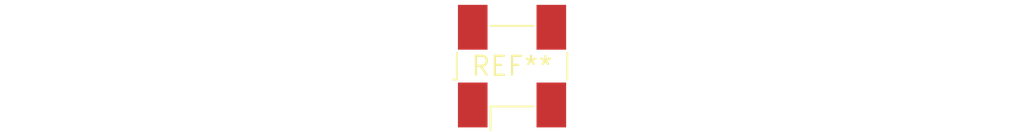
<source format=kicad_pcb>
(kicad_pcb (version 20240108) (generator pcbnew)
  (layers (0 "F.Cu" signal) (31 "B.Cu" signal) (34 "B.Paste" user) (35 "F.Paste" user) (36 "B.SilkS" user "B.Silkscreen") (37 "F.SilkS" user "F.Silkscreen") (38 "B.Mask" user) (39 "F.Mask" user) (44 "Edge.Cuts" user))
  (net 0 "")
  (footprint "Oscillator_SMD_SeikoEpson_SG8002CA-4Pin_7.0x5.0mm_HandSoldering" (layer "F.Cu") (at 0 0)
    (property "Reference" "REF**")
    (property "Value" "Oscillator_SMD_SeikoEpson_SG8002CA-4Pin_7.0x5.0mm_HandSoldering")
    (fp_line (start -3.94 0.9) (end -3.7 0.9) (layer "F.SilkS") (stroke (width 0.12)))
    (fp_line (start -3.7 0.9) (end -3.7 -0.9) (layer "F.SilkS") (stroke (width 0.12)))
    (fp_line (start -1.44 -2.7) (end 1.44 -2.7) (layer "F.SilkS") (stroke (width 0.12)))
    (fp_line (start -1.44 2.7) (end -1.44 4.3) (layer "F.SilkS") (stroke (width 0.12)))
    (fp_line (start 1.44 2.7) (end -1.44 2.7) (layer "F.SilkS") (stroke (width 0.12)))
    (fp_line (start 3.7 -0.9) (end 3.7 0.9) (layer "F.SilkS") (stroke (width 0.12)))
    (pad "1" smd rect (at -2.63 2.6) (size 1.98 3) (layers "F.Cu" "F.Paste" "F.Mask"))
    (pad "2" smd rect (at 2.63 2.6) (size 1.98 3) (layers "F.Cu" "F.Paste" "F.Mask"))
    (pad "3" smd rect (at 2.63 -2.6) (size 1.98 3) (layers "F.Cu" "F.Paste" "F.Mask"))
    (pad "4" smd rect (at -2.63 -2.6) (size 1.98 3) (layers "F.Cu" "F.Paste" "F.Mask"))
  )
)
</source>
